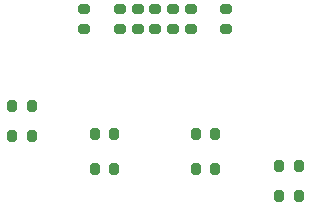
<source format=gbr>
%TF.GenerationSoftware,KiCad,Pcbnew,7.0.2-6a45011f42~172~ubuntu22.04.1*%
%TF.CreationDate,2023-05-30T13:10:43+12:00*%
%TF.ProjectId,THE_BRAWN-20A_LOGIC_FIXTURE,5448455f-4252-4415-974e-2d3230415f4c,v1.0*%
%TF.SameCoordinates,Original*%
%TF.FileFunction,Paste,Bot*%
%TF.FilePolarity,Positive*%
%FSLAX46Y46*%
G04 Gerber Fmt 4.6, Leading zero omitted, Abs format (unit mm)*
G04 Created by KiCad (PCBNEW 7.0.2-6a45011f42~172~ubuntu22.04.1) date 2023-05-30 13:10:43*
%MOMM*%
%LPD*%
G01*
G04 APERTURE LIST*
G04 Aperture macros list*
%AMRoundRect*
0 Rectangle with rounded corners*
0 $1 Rounding radius*
0 $2 $3 $4 $5 $6 $7 $8 $9 X,Y pos of 4 corners*
0 Add a 4 corners polygon primitive as box body*
4,1,4,$2,$3,$4,$5,$6,$7,$8,$9,$2,$3,0*
0 Add four circle primitives for the rounded corners*
1,1,$1+$1,$2,$3*
1,1,$1+$1,$4,$5*
1,1,$1+$1,$6,$7*
1,1,$1+$1,$8,$9*
0 Add four rect primitives between the rounded corners*
20,1,$1+$1,$2,$3,$4,$5,0*
20,1,$1+$1,$4,$5,$6,$7,0*
20,1,$1+$1,$6,$7,$8,$9,0*
20,1,$1+$1,$8,$9,$2,$3,0*%
G04 Aperture macros list end*
%ADD10RoundRect,0.200000X0.275000X-0.200000X0.275000X0.200000X-0.275000X0.200000X-0.275000X-0.200000X0*%
%ADD11RoundRect,0.200000X-0.200000X-0.275000X0.200000X-0.275000X0.200000X0.275000X-0.200000X0.275000X0*%
G04 APERTURE END LIST*
D10*
%TO.C,R8*%
X220000000Y-129625000D03*
X220000000Y-127975000D03*
%TD*%
%TO.C,R3*%
X218500000Y-129625000D03*
X218500000Y-127975000D03*
%TD*%
D11*
%TO.C,R14*%
X230475000Y-141280000D03*
X232125000Y-141280000D03*
%TD*%
%TO.C,R1*%
X207875000Y-136200000D03*
X209525000Y-136200000D03*
%TD*%
D10*
%TO.C,R10*%
X226000000Y-129625000D03*
X226000000Y-127975000D03*
%TD*%
%TO.C,R11*%
X221500000Y-129625000D03*
X221500000Y-127975000D03*
%TD*%
%TO.C,R4*%
X214000000Y-129625000D03*
X214000000Y-127975000D03*
%TD*%
D11*
%TO.C,R15*%
X230475000Y-143820000D03*
X232125000Y-143820000D03*
%TD*%
D10*
%TO.C,R7*%
X217000000Y-129625000D03*
X217000000Y-127975000D03*
%TD*%
%TO.C,R9*%
X223000000Y-129625000D03*
X223000000Y-127975000D03*
%TD*%
D11*
%TO.C,R2*%
X207875000Y-138740000D03*
X209525000Y-138740000D03*
%TD*%
%TO.C,R12*%
X223425000Y-138500000D03*
X225075000Y-138500000D03*
%TD*%
%TO.C,R5*%
X214875000Y-138500000D03*
X216525000Y-138500000D03*
%TD*%
%TO.C,R13*%
X223425000Y-141500000D03*
X225075000Y-141500000D03*
%TD*%
%TO.C,R6*%
X214875000Y-141500000D03*
X216525000Y-141500000D03*
%TD*%
M02*

</source>
